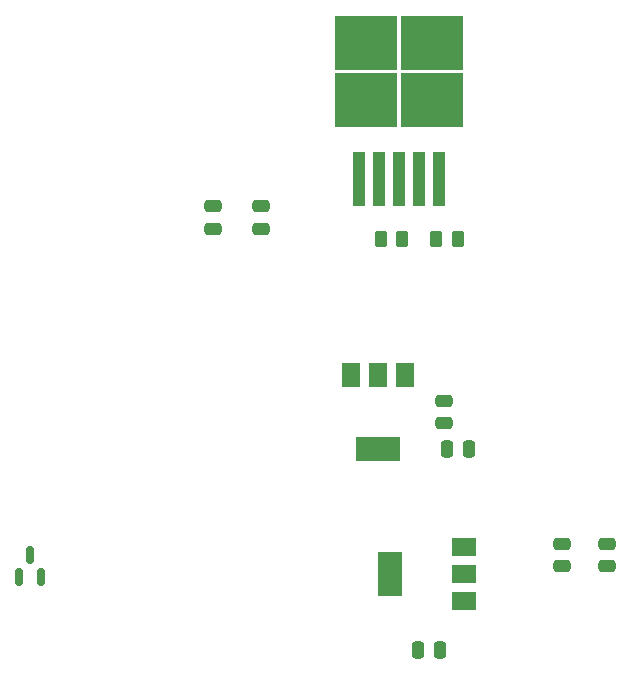
<source format=gbr>
%TF.GenerationSoftware,KiCad,Pcbnew,6.0.7-f9a2dced07~116~ubuntu20.04.1*%
%TF.CreationDate,2022-10-31T14:42:26+01:00*%
%TF.ProjectId,av_citynode_hw,61765f63-6974-4796-9e6f-64655f68772e,rev?*%
%TF.SameCoordinates,Original*%
%TF.FileFunction,Paste,Top*%
%TF.FilePolarity,Positive*%
%FSLAX46Y46*%
G04 Gerber Fmt 4.6, Leading zero omitted, Abs format (unit mm)*
G04 Created by KiCad (PCBNEW 6.0.7-f9a2dced07~116~ubuntu20.04.1) date 2022-10-31 14:42:26*
%MOMM*%
%LPD*%
G01*
G04 APERTURE LIST*
G04 Aperture macros list*
%AMRoundRect*
0 Rectangle with rounded corners*
0 $1 Rounding radius*
0 $2 $3 $4 $5 $6 $7 $8 $9 X,Y pos of 4 corners*
0 Add a 4 corners polygon primitive as box body*
4,1,4,$2,$3,$4,$5,$6,$7,$8,$9,$2,$3,0*
0 Add four circle primitives for the rounded corners*
1,1,$1+$1,$2,$3*
1,1,$1+$1,$4,$5*
1,1,$1+$1,$6,$7*
1,1,$1+$1,$8,$9*
0 Add four rect primitives between the rounded corners*
20,1,$1+$1,$2,$3,$4,$5,0*
20,1,$1+$1,$4,$5,$6,$7,0*
20,1,$1+$1,$6,$7,$8,$9,0*
20,1,$1+$1,$8,$9,$2,$3,0*%
G04 Aperture macros list end*
%ADD10R,1.500000X2.000000*%
%ADD11R,3.800000X2.000000*%
%ADD12R,5.250000X4.550000*%
%ADD13R,1.100000X4.600000*%
%ADD14RoundRect,0.150000X0.150000X-0.587500X0.150000X0.587500X-0.150000X0.587500X-0.150000X-0.587500X0*%
%ADD15RoundRect,0.250000X0.475000X-0.250000X0.475000X0.250000X-0.475000X0.250000X-0.475000X-0.250000X0*%
%ADD16RoundRect,0.250000X-0.475000X0.250000X-0.475000X-0.250000X0.475000X-0.250000X0.475000X0.250000X0*%
%ADD17RoundRect,0.250000X-0.250000X-0.475000X0.250000X-0.475000X0.250000X0.475000X-0.250000X0.475000X0*%
%ADD18RoundRect,0.250000X0.262500X0.450000X-0.262500X0.450000X-0.262500X-0.450000X0.262500X-0.450000X0*%
%ADD19RoundRect,0.250000X-0.262500X-0.450000X0.262500X-0.450000X0.262500X0.450000X-0.262500X0.450000X0*%
%ADD20R,2.000000X1.500000*%
%ADD21R,2.000000X3.800000*%
G04 APERTURE END LIST*
D10*
%TO.C,U7*%
X153430000Y-240588000D03*
D11*
X151130000Y-246888000D03*
D10*
X151130000Y-240588000D03*
X148830000Y-240588000D03*
%TD*%
D12*
%TO.C,U6*%
X155683000Y-212459000D03*
X150133000Y-217309000D03*
X155683000Y-217309000D03*
X150133000Y-212459000D03*
D13*
X149508000Y-224034000D03*
X151208000Y-224034000D03*
X152908000Y-224034000D03*
X154608000Y-224034000D03*
X156308000Y-224034000D03*
%TD*%
D14*
%TO.C,Q1*%
X120716000Y-257731500D03*
X122616000Y-257731500D03*
X121666000Y-255856500D03*
%TD*%
D15*
%TO.C,C13*%
X156718000Y-244663000D03*
X156718000Y-242763000D03*
%TD*%
D16*
%TO.C,C19*%
X170561000Y-254889000D03*
X170561000Y-256789000D03*
%TD*%
D17*
%TO.C,C12*%
X156972000Y-246888000D03*
X158872000Y-246888000D03*
%TD*%
D16*
%TO.C,C11*%
X141224000Y-226314000D03*
X141224000Y-228214000D03*
%TD*%
D18*
%TO.C,R4*%
X157908000Y-229054000D03*
X156083000Y-229054000D03*
%TD*%
D16*
%TO.C,C10*%
X137160000Y-226314000D03*
X137160000Y-228214000D03*
%TD*%
%TO.C,C18*%
X166751000Y-254889000D03*
X166751000Y-256789000D03*
%TD*%
D19*
%TO.C,R5*%
X151384000Y-229108000D03*
X153209000Y-229108000D03*
%TD*%
D17*
%TO.C,C16*%
X154498000Y-263906000D03*
X156398000Y-263906000D03*
%TD*%
D20*
%TO.C,U15*%
X158446000Y-259729000D03*
X158446000Y-257429000D03*
X158446000Y-255129000D03*
D21*
X152146000Y-257429000D03*
%TD*%
M02*

</source>
